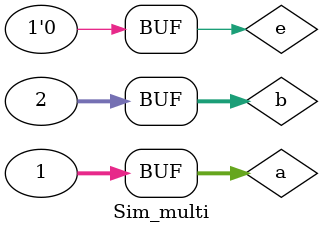
<source format=v>
`timescale 1ns / 1ps


module Sim_multi(

    );
    reg e=0;
    reg [31:0]a=1;
    reg [31:0]b=2;
    wire [31:0]c;
    Multiplexer test(e,a,b,c);
endmodule

</source>
